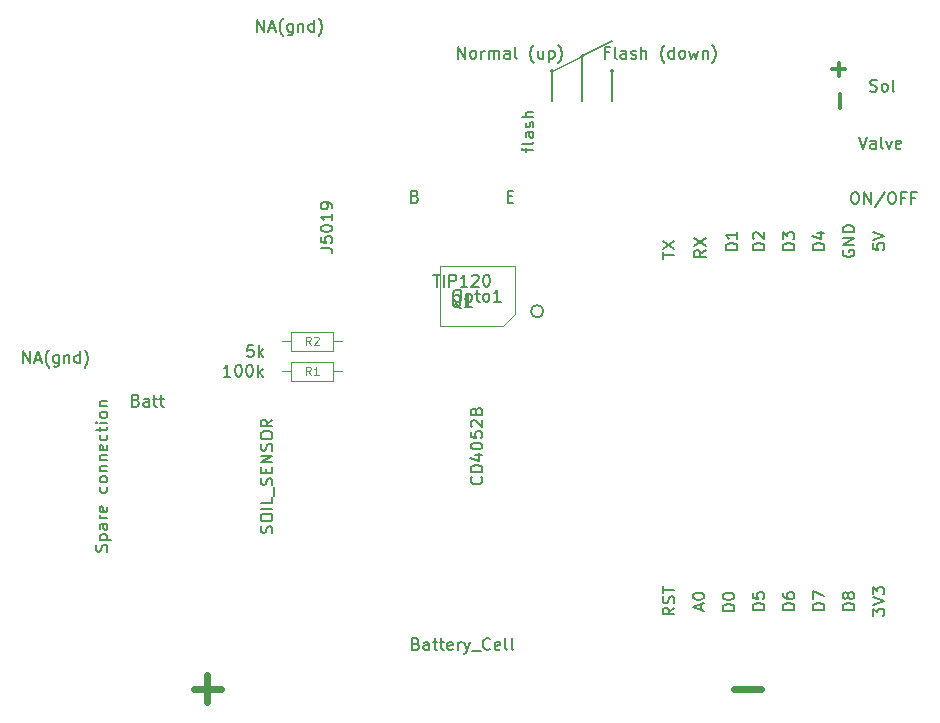
<source format=gbr>
G04 #@! TF.GenerationSoftware,KiCad,Pcbnew,(5.0.2)-1*
G04 #@! TF.CreationDate,2019-04-15T10:47:00+02:00*
G04 #@! TF.ProjectId,irrigation_5Vvalve_4N25_CD74HC4052E_PCB v5.1,69727269-6761-4746-996f-6e5f35567661,rev?*
G04 #@! TF.SameCoordinates,Original*
G04 #@! TF.FileFunction,Other,Fab,Top*
%FSLAX46Y46*%
G04 Gerber Fmt 4.6, Leading zero omitted, Abs format (unit mm)*
G04 Created by KiCad (PCBNEW (5.0.2)-1) date 15-04-2019 10:47:00*
%MOMM*%
%LPD*%
G01*
G04 APERTURE LIST*
%ADD10C,0.600000*%
%ADD11C,0.150000*%
%ADD12C,0.200000*%
%ADD13C,0.300000*%
%ADD14C,0.050000*%
%ADD15C,0.100000*%
%ADD16C,0.108000*%
G04 APERTURE END LIST*
D10*
X40767142Y-75144285D02*
X43052857Y-75144285D01*
X41910000Y-76287142D02*
X41910000Y-74001428D01*
X86487142Y-75144285D02*
X88772857Y-75144285D01*
D11*
X26344904Y-47569380D02*
X26344904Y-46569380D01*
X26916333Y-47569380D01*
X26916333Y-46569380D01*
X27344904Y-47283666D02*
X27821095Y-47283666D01*
X27249666Y-47569380D02*
X27583000Y-46569380D01*
X27916333Y-47569380D01*
X28535380Y-47950333D02*
X28487761Y-47902714D01*
X28392523Y-47759857D01*
X28344904Y-47664619D01*
X28297285Y-47521761D01*
X28249666Y-47283666D01*
X28249666Y-47093190D01*
X28297285Y-46855095D01*
X28344904Y-46712238D01*
X28392523Y-46617000D01*
X28487761Y-46474142D01*
X28535380Y-46426523D01*
X29344904Y-46902714D02*
X29344904Y-47712238D01*
X29297285Y-47807476D01*
X29249666Y-47855095D01*
X29154428Y-47902714D01*
X29011571Y-47902714D01*
X28916333Y-47855095D01*
X29344904Y-47521761D02*
X29249666Y-47569380D01*
X29059190Y-47569380D01*
X28963952Y-47521761D01*
X28916333Y-47474142D01*
X28868714Y-47378904D01*
X28868714Y-47093190D01*
X28916333Y-46997952D01*
X28963952Y-46950333D01*
X29059190Y-46902714D01*
X29249666Y-46902714D01*
X29344904Y-46950333D01*
X29821095Y-46902714D02*
X29821095Y-47569380D01*
X29821095Y-46997952D02*
X29868714Y-46950333D01*
X29963952Y-46902714D01*
X30106809Y-46902714D01*
X30202047Y-46950333D01*
X30249666Y-47045571D01*
X30249666Y-47569380D01*
X31154428Y-47569380D02*
X31154428Y-46569380D01*
X31154428Y-47521761D02*
X31059190Y-47569380D01*
X30868714Y-47569380D01*
X30773476Y-47521761D01*
X30725857Y-47474142D01*
X30678238Y-47378904D01*
X30678238Y-47093190D01*
X30725857Y-46997952D01*
X30773476Y-46950333D01*
X30868714Y-46902714D01*
X31059190Y-46902714D01*
X31154428Y-46950333D01*
X31535380Y-47950333D02*
X31583000Y-47902714D01*
X31678238Y-47759857D01*
X31725857Y-47664619D01*
X31773476Y-47521761D01*
X31821095Y-47283666D01*
X31821095Y-47093190D01*
X31773476Y-46855095D01*
X31725857Y-46712238D01*
X31678238Y-46617000D01*
X31583000Y-46474142D01*
X31535380Y-46426523D01*
X46156904Y-19502380D02*
X46156904Y-18502380D01*
X46728333Y-19502380D01*
X46728333Y-18502380D01*
X47156904Y-19216666D02*
X47633095Y-19216666D01*
X47061666Y-19502380D02*
X47395000Y-18502380D01*
X47728333Y-19502380D01*
X48347380Y-19883333D02*
X48299761Y-19835714D01*
X48204523Y-19692857D01*
X48156904Y-19597619D01*
X48109285Y-19454761D01*
X48061666Y-19216666D01*
X48061666Y-19026190D01*
X48109285Y-18788095D01*
X48156904Y-18645238D01*
X48204523Y-18550000D01*
X48299761Y-18407142D01*
X48347380Y-18359523D01*
X49156904Y-18835714D02*
X49156904Y-19645238D01*
X49109285Y-19740476D01*
X49061666Y-19788095D01*
X48966428Y-19835714D01*
X48823571Y-19835714D01*
X48728333Y-19788095D01*
X49156904Y-19454761D02*
X49061666Y-19502380D01*
X48871190Y-19502380D01*
X48775952Y-19454761D01*
X48728333Y-19407142D01*
X48680714Y-19311904D01*
X48680714Y-19026190D01*
X48728333Y-18930952D01*
X48775952Y-18883333D01*
X48871190Y-18835714D01*
X49061666Y-18835714D01*
X49156904Y-18883333D01*
X49633095Y-18835714D02*
X49633095Y-19502380D01*
X49633095Y-18930952D02*
X49680714Y-18883333D01*
X49775952Y-18835714D01*
X49918809Y-18835714D01*
X50014047Y-18883333D01*
X50061666Y-18978571D01*
X50061666Y-19502380D01*
X50966428Y-19502380D02*
X50966428Y-18502380D01*
X50966428Y-19454761D02*
X50871190Y-19502380D01*
X50680714Y-19502380D01*
X50585476Y-19454761D01*
X50537857Y-19407142D01*
X50490238Y-19311904D01*
X50490238Y-19026190D01*
X50537857Y-18930952D01*
X50585476Y-18883333D01*
X50680714Y-18835714D01*
X50871190Y-18835714D01*
X50966428Y-18883333D01*
X51347380Y-19883333D02*
X51395000Y-19835714D01*
X51490238Y-19692857D01*
X51537857Y-19597619D01*
X51585476Y-19454761D01*
X51633095Y-19216666D01*
X51633095Y-19026190D01*
X51585476Y-18788095D01*
X51537857Y-18645238D01*
X51490238Y-18550000D01*
X51395000Y-18407142D01*
X51347380Y-18359523D01*
D12*
X70373634Y-43180000D02*
G75*
G03X70373634Y-43180000I-523634J0D01*
G01*
D13*
X95484142Y-25971428D02*
X95484142Y-24828571D01*
X94805571Y-22713142D02*
X95948428Y-22713142D01*
X95377000Y-23284571D02*
X95377000Y-22141714D01*
D11*
G04 #@! TO.C,SW2*
X73660000Y-25400000D02*
X73660000Y-21590000D01*
X73660000Y-22352000D02*
X73660000Y-21844000D01*
X76200000Y-22860000D02*
X76200000Y-25400000D01*
X71120000Y-25400000D02*
X71120000Y-22860000D01*
X76329515Y-22860000D02*
G75*
G03X76329515Y-22860000I-129515J0D01*
G01*
X71233592Y-22834600D02*
G75*
G03X71233592Y-22834600I-113592J0D01*
G01*
X73764727Y-21590000D02*
G75*
G03X73764727Y-21590000I-104727J0D01*
G01*
X73660000Y-21590000D02*
X76200000Y-20320000D01*
D14*
X73660000Y-21590000D02*
X71120000Y-22860000D01*
D15*
G04 #@! TO.C,Opto1*
X66945000Y-44450000D02*
X61595000Y-44450000D01*
X61595000Y-44450000D02*
X61595000Y-39370000D01*
X61595000Y-39370000D02*
X67945000Y-39370000D01*
X67945000Y-39370000D02*
X67945000Y-43450000D01*
X67945000Y-43450000D02*
X66945000Y-44450000D01*
G04 #@! TO.C,R1*
X53340000Y-48260000D02*
X52600000Y-48260000D01*
X48260000Y-48260000D02*
X49000000Y-48260000D01*
X52600000Y-47460000D02*
X49000000Y-47460000D01*
X52600000Y-49060000D02*
X52600000Y-47460000D01*
X49000000Y-49060000D02*
X52600000Y-49060000D01*
X49000000Y-47460000D02*
X49000000Y-49060000D01*
G04 #@! TO.C,R2*
X49000000Y-44920000D02*
X49000000Y-46520000D01*
X49000000Y-46520000D02*
X52600000Y-46520000D01*
X52600000Y-46520000D02*
X52600000Y-44920000D01*
X52600000Y-44920000D02*
X49000000Y-44920000D01*
X48260000Y-45720000D02*
X49000000Y-45720000D01*
X53340000Y-45720000D02*
X52600000Y-45720000D01*
G04 #@! TD*
G04 #@! TO.C,bat_18650*
D11*
X59595238Y-71328571D02*
X59738095Y-71376190D01*
X59785714Y-71423809D01*
X59833333Y-71519047D01*
X59833333Y-71661904D01*
X59785714Y-71757142D01*
X59738095Y-71804761D01*
X59642857Y-71852380D01*
X59261904Y-71852380D01*
X59261904Y-70852380D01*
X59595238Y-70852380D01*
X59690476Y-70900000D01*
X59738095Y-70947619D01*
X59785714Y-71042857D01*
X59785714Y-71138095D01*
X59738095Y-71233333D01*
X59690476Y-71280952D01*
X59595238Y-71328571D01*
X59261904Y-71328571D01*
X60690476Y-71852380D02*
X60690476Y-71328571D01*
X60642857Y-71233333D01*
X60547619Y-71185714D01*
X60357142Y-71185714D01*
X60261904Y-71233333D01*
X60690476Y-71804761D02*
X60595238Y-71852380D01*
X60357142Y-71852380D01*
X60261904Y-71804761D01*
X60214285Y-71709523D01*
X60214285Y-71614285D01*
X60261904Y-71519047D01*
X60357142Y-71471428D01*
X60595238Y-71471428D01*
X60690476Y-71423809D01*
X61023809Y-71185714D02*
X61404761Y-71185714D01*
X61166666Y-70852380D02*
X61166666Y-71709523D01*
X61214285Y-71804761D01*
X61309523Y-71852380D01*
X61404761Y-71852380D01*
X61595238Y-71185714D02*
X61976190Y-71185714D01*
X61738095Y-70852380D02*
X61738095Y-71709523D01*
X61785714Y-71804761D01*
X61880952Y-71852380D01*
X61976190Y-71852380D01*
X62690476Y-71804761D02*
X62595238Y-71852380D01*
X62404761Y-71852380D01*
X62309523Y-71804761D01*
X62261904Y-71709523D01*
X62261904Y-71328571D01*
X62309523Y-71233333D01*
X62404761Y-71185714D01*
X62595238Y-71185714D01*
X62690476Y-71233333D01*
X62738095Y-71328571D01*
X62738095Y-71423809D01*
X62261904Y-71519047D01*
X63166666Y-71852380D02*
X63166666Y-71185714D01*
X63166666Y-71376190D02*
X63214285Y-71280952D01*
X63261904Y-71233333D01*
X63357142Y-71185714D01*
X63452380Y-71185714D01*
X63690476Y-71185714D02*
X63928571Y-71852380D01*
X64166666Y-71185714D02*
X63928571Y-71852380D01*
X63833333Y-72090476D01*
X63785714Y-72138095D01*
X63690476Y-72185714D01*
X64309523Y-71947619D02*
X65071428Y-71947619D01*
X65880952Y-71757142D02*
X65833333Y-71804761D01*
X65690476Y-71852380D01*
X65595238Y-71852380D01*
X65452380Y-71804761D01*
X65357142Y-71709523D01*
X65309523Y-71614285D01*
X65261904Y-71423809D01*
X65261904Y-71280952D01*
X65309523Y-71090476D01*
X65357142Y-70995238D01*
X65452380Y-70900000D01*
X65595238Y-70852380D01*
X65690476Y-70852380D01*
X65833333Y-70900000D01*
X65880952Y-70947619D01*
X66690476Y-71804761D02*
X66595238Y-71852380D01*
X66404761Y-71852380D01*
X66309523Y-71804761D01*
X66261904Y-71709523D01*
X66261904Y-71328571D01*
X66309523Y-71233333D01*
X66404761Y-71185714D01*
X66595238Y-71185714D01*
X66690476Y-71233333D01*
X66738095Y-71328571D01*
X66738095Y-71423809D01*
X66261904Y-71519047D01*
X67309523Y-71852380D02*
X67214285Y-71804761D01*
X67166666Y-71709523D01*
X67166666Y-70852380D01*
X67833333Y-71852380D02*
X67738095Y-71804761D01*
X67690476Y-71709523D01*
X67690476Y-70852380D01*
G04 #@! TO.C,SW2*
X68873714Y-29701904D02*
X68873714Y-29320952D01*
X69540380Y-29559047D02*
X68683238Y-29559047D01*
X68588000Y-29511428D01*
X68540380Y-29416190D01*
X68540380Y-29320952D01*
X69540380Y-28844761D02*
X69492761Y-28940000D01*
X69397523Y-28987619D01*
X68540380Y-28987619D01*
X69540380Y-28035238D02*
X69016571Y-28035238D01*
X68921333Y-28082857D01*
X68873714Y-28178095D01*
X68873714Y-28368571D01*
X68921333Y-28463809D01*
X69492761Y-28035238D02*
X69540380Y-28130476D01*
X69540380Y-28368571D01*
X69492761Y-28463809D01*
X69397523Y-28511428D01*
X69302285Y-28511428D01*
X69207047Y-28463809D01*
X69159428Y-28368571D01*
X69159428Y-28130476D01*
X69111809Y-28035238D01*
X69492761Y-27606666D02*
X69540380Y-27511428D01*
X69540380Y-27320952D01*
X69492761Y-27225714D01*
X69397523Y-27178095D01*
X69349904Y-27178095D01*
X69254666Y-27225714D01*
X69207047Y-27320952D01*
X69207047Y-27463809D01*
X69159428Y-27559047D01*
X69064190Y-27606666D01*
X69016571Y-27606666D01*
X68921333Y-27559047D01*
X68873714Y-27463809D01*
X68873714Y-27320952D01*
X68921333Y-27225714D01*
X69540380Y-26749523D02*
X68540380Y-26749523D01*
X69540380Y-26320952D02*
X69016571Y-26320952D01*
X68921333Y-26368571D01*
X68873714Y-26463809D01*
X68873714Y-26606666D01*
X68921333Y-26701904D01*
X68968952Y-26749523D01*
X75906857Y-21264571D02*
X75573523Y-21264571D01*
X75573523Y-21788380D02*
X75573523Y-20788380D01*
X76049714Y-20788380D01*
X76573523Y-21788380D02*
X76478285Y-21740761D01*
X76430666Y-21645523D01*
X76430666Y-20788380D01*
X77383047Y-21788380D02*
X77383047Y-21264571D01*
X77335428Y-21169333D01*
X77240190Y-21121714D01*
X77049714Y-21121714D01*
X76954476Y-21169333D01*
X77383047Y-21740761D02*
X77287809Y-21788380D01*
X77049714Y-21788380D01*
X76954476Y-21740761D01*
X76906857Y-21645523D01*
X76906857Y-21550285D01*
X76954476Y-21455047D01*
X77049714Y-21407428D01*
X77287809Y-21407428D01*
X77383047Y-21359809D01*
X77811619Y-21740761D02*
X77906857Y-21788380D01*
X78097333Y-21788380D01*
X78192571Y-21740761D01*
X78240190Y-21645523D01*
X78240190Y-21597904D01*
X78192571Y-21502666D01*
X78097333Y-21455047D01*
X77954476Y-21455047D01*
X77859238Y-21407428D01*
X77811619Y-21312190D01*
X77811619Y-21264571D01*
X77859238Y-21169333D01*
X77954476Y-21121714D01*
X78097333Y-21121714D01*
X78192571Y-21169333D01*
X78668761Y-21788380D02*
X78668761Y-20788380D01*
X79097333Y-21788380D02*
X79097333Y-21264571D01*
X79049714Y-21169333D01*
X78954476Y-21121714D01*
X78811619Y-21121714D01*
X78716380Y-21169333D01*
X78668761Y-21216952D01*
X80621142Y-22169333D02*
X80573523Y-22121714D01*
X80478285Y-21978857D01*
X80430666Y-21883619D01*
X80383047Y-21740761D01*
X80335428Y-21502666D01*
X80335428Y-21312190D01*
X80383047Y-21074095D01*
X80430666Y-20931238D01*
X80478285Y-20836000D01*
X80573523Y-20693142D01*
X80621142Y-20645523D01*
X81430666Y-21788380D02*
X81430666Y-20788380D01*
X81430666Y-21740761D02*
X81335428Y-21788380D01*
X81144952Y-21788380D01*
X81049714Y-21740761D01*
X81002095Y-21693142D01*
X80954476Y-21597904D01*
X80954476Y-21312190D01*
X81002095Y-21216952D01*
X81049714Y-21169333D01*
X81144952Y-21121714D01*
X81335428Y-21121714D01*
X81430666Y-21169333D01*
X82049714Y-21788380D02*
X81954476Y-21740761D01*
X81906857Y-21693142D01*
X81859238Y-21597904D01*
X81859238Y-21312190D01*
X81906857Y-21216952D01*
X81954476Y-21169333D01*
X82049714Y-21121714D01*
X82192571Y-21121714D01*
X82287809Y-21169333D01*
X82335428Y-21216952D01*
X82383047Y-21312190D01*
X82383047Y-21597904D01*
X82335428Y-21693142D01*
X82287809Y-21740761D01*
X82192571Y-21788380D01*
X82049714Y-21788380D01*
X82716380Y-21121714D02*
X82906857Y-21788380D01*
X83097333Y-21312190D01*
X83287809Y-21788380D01*
X83478285Y-21121714D01*
X83859238Y-21121714D02*
X83859238Y-21788380D01*
X83859238Y-21216952D02*
X83906857Y-21169333D01*
X84002095Y-21121714D01*
X84144952Y-21121714D01*
X84240190Y-21169333D01*
X84287809Y-21264571D01*
X84287809Y-21788380D01*
X84668761Y-22169333D02*
X84716380Y-22121714D01*
X84811619Y-21978857D01*
X84859238Y-21883619D01*
X84906857Y-21740761D01*
X84954476Y-21502666D01*
X84954476Y-21312190D01*
X84906857Y-21074095D01*
X84859238Y-20931238D01*
X84811619Y-20836000D01*
X84716380Y-20693142D01*
X84668761Y-20645523D01*
X63183047Y-21788380D02*
X63183047Y-20788380D01*
X63754476Y-21788380D01*
X63754476Y-20788380D01*
X64373523Y-21788380D02*
X64278285Y-21740761D01*
X64230666Y-21693142D01*
X64183047Y-21597904D01*
X64183047Y-21312190D01*
X64230666Y-21216952D01*
X64278285Y-21169333D01*
X64373523Y-21121714D01*
X64516380Y-21121714D01*
X64611619Y-21169333D01*
X64659238Y-21216952D01*
X64706857Y-21312190D01*
X64706857Y-21597904D01*
X64659238Y-21693142D01*
X64611619Y-21740761D01*
X64516380Y-21788380D01*
X64373523Y-21788380D01*
X65135428Y-21788380D02*
X65135428Y-21121714D01*
X65135428Y-21312190D02*
X65183047Y-21216952D01*
X65230666Y-21169333D01*
X65325904Y-21121714D01*
X65421142Y-21121714D01*
X65754476Y-21788380D02*
X65754476Y-21121714D01*
X65754476Y-21216952D02*
X65802095Y-21169333D01*
X65897333Y-21121714D01*
X66040190Y-21121714D01*
X66135428Y-21169333D01*
X66183047Y-21264571D01*
X66183047Y-21788380D01*
X66183047Y-21264571D02*
X66230666Y-21169333D01*
X66325904Y-21121714D01*
X66468761Y-21121714D01*
X66564000Y-21169333D01*
X66611619Y-21264571D01*
X66611619Y-21788380D01*
X67516380Y-21788380D02*
X67516380Y-21264571D01*
X67468761Y-21169333D01*
X67373523Y-21121714D01*
X67183047Y-21121714D01*
X67087809Y-21169333D01*
X67516380Y-21740761D02*
X67421142Y-21788380D01*
X67183047Y-21788380D01*
X67087809Y-21740761D01*
X67040190Y-21645523D01*
X67040190Y-21550285D01*
X67087809Y-21455047D01*
X67183047Y-21407428D01*
X67421142Y-21407428D01*
X67516380Y-21359809D01*
X68135428Y-21788380D02*
X68040190Y-21740761D01*
X67992571Y-21645523D01*
X67992571Y-20788380D01*
X69564000Y-22169333D02*
X69516380Y-22121714D01*
X69421142Y-21978857D01*
X69373523Y-21883619D01*
X69325904Y-21740761D01*
X69278285Y-21502666D01*
X69278285Y-21312190D01*
X69325904Y-21074095D01*
X69373523Y-20931238D01*
X69421142Y-20836000D01*
X69516380Y-20693142D01*
X69564000Y-20645523D01*
X70373523Y-21121714D02*
X70373523Y-21788380D01*
X69944952Y-21121714D02*
X69944952Y-21645523D01*
X69992571Y-21740761D01*
X70087809Y-21788380D01*
X70230666Y-21788380D01*
X70325904Y-21740761D01*
X70373523Y-21693142D01*
X70849714Y-21121714D02*
X70849714Y-22121714D01*
X70849714Y-21169333D02*
X70944952Y-21121714D01*
X71135428Y-21121714D01*
X71230666Y-21169333D01*
X71278285Y-21216952D01*
X71325904Y-21312190D01*
X71325904Y-21597904D01*
X71278285Y-21693142D01*
X71230666Y-21740761D01*
X71135428Y-21788380D01*
X70944952Y-21788380D01*
X70849714Y-21740761D01*
X71659238Y-22169333D02*
X71706857Y-22121714D01*
X71802095Y-21978857D01*
X71849714Y-21883619D01*
X71897333Y-21740761D01*
X71944952Y-21502666D01*
X71944952Y-21312190D01*
X71897333Y-21074095D01*
X71849714Y-20931238D01*
X71802095Y-20836000D01*
X71706857Y-20693142D01*
X71659238Y-20645523D01*
G04 #@! TO.C,U5*
X65127142Y-57205238D02*
X65174761Y-57252857D01*
X65222380Y-57395714D01*
X65222380Y-57490952D01*
X65174761Y-57633809D01*
X65079523Y-57729047D01*
X64984285Y-57776666D01*
X64793809Y-57824285D01*
X64650952Y-57824285D01*
X64460476Y-57776666D01*
X64365238Y-57729047D01*
X64270000Y-57633809D01*
X64222380Y-57490952D01*
X64222380Y-57395714D01*
X64270000Y-57252857D01*
X64317619Y-57205238D01*
X65222380Y-56776666D02*
X64222380Y-56776666D01*
X64222380Y-56538571D01*
X64270000Y-56395714D01*
X64365238Y-56300476D01*
X64460476Y-56252857D01*
X64650952Y-56205238D01*
X64793809Y-56205238D01*
X64984285Y-56252857D01*
X65079523Y-56300476D01*
X65174761Y-56395714D01*
X65222380Y-56538571D01*
X65222380Y-56776666D01*
X64555714Y-55348095D02*
X65222380Y-55348095D01*
X64174761Y-55586190D02*
X64889047Y-55824285D01*
X64889047Y-55205238D01*
X64222380Y-54633809D02*
X64222380Y-54538571D01*
X64270000Y-54443333D01*
X64317619Y-54395714D01*
X64412857Y-54348095D01*
X64603333Y-54300476D01*
X64841428Y-54300476D01*
X65031904Y-54348095D01*
X65127142Y-54395714D01*
X65174761Y-54443333D01*
X65222380Y-54538571D01*
X65222380Y-54633809D01*
X65174761Y-54729047D01*
X65127142Y-54776666D01*
X65031904Y-54824285D01*
X64841428Y-54871904D01*
X64603333Y-54871904D01*
X64412857Y-54824285D01*
X64317619Y-54776666D01*
X64270000Y-54729047D01*
X64222380Y-54633809D01*
X64222380Y-53395714D02*
X64222380Y-53871904D01*
X64698571Y-53919523D01*
X64650952Y-53871904D01*
X64603333Y-53776666D01*
X64603333Y-53538571D01*
X64650952Y-53443333D01*
X64698571Y-53395714D01*
X64793809Y-53348095D01*
X65031904Y-53348095D01*
X65127142Y-53395714D01*
X65174761Y-53443333D01*
X65222380Y-53538571D01*
X65222380Y-53776666D01*
X65174761Y-53871904D01*
X65127142Y-53919523D01*
X64317619Y-52967142D02*
X64270000Y-52919523D01*
X64222380Y-52824285D01*
X64222380Y-52586190D01*
X64270000Y-52490952D01*
X64317619Y-52443333D01*
X64412857Y-52395714D01*
X64508095Y-52395714D01*
X64650952Y-52443333D01*
X65222380Y-53014761D01*
X65222380Y-52395714D01*
X64698571Y-51633809D02*
X64746190Y-51490952D01*
X64793809Y-51443333D01*
X64889047Y-51395714D01*
X65031904Y-51395714D01*
X65127142Y-51443333D01*
X65174761Y-51490952D01*
X65222380Y-51586190D01*
X65222380Y-51967142D01*
X64222380Y-51967142D01*
X64222380Y-51633809D01*
X64270000Y-51538571D01*
X64317619Y-51490952D01*
X64412857Y-51443333D01*
X64508095Y-51443333D01*
X64603333Y-51490952D01*
X64650952Y-51538571D01*
X64698571Y-51633809D01*
X64698571Y-51967142D01*
G04 #@! TO.C,J1*
X98060000Y-24534761D02*
X98202857Y-24582380D01*
X98440952Y-24582380D01*
X98536190Y-24534761D01*
X98583809Y-24487142D01*
X98631428Y-24391904D01*
X98631428Y-24296666D01*
X98583809Y-24201428D01*
X98536190Y-24153809D01*
X98440952Y-24106190D01*
X98250476Y-24058571D01*
X98155238Y-24010952D01*
X98107619Y-23963333D01*
X98060000Y-23868095D01*
X98060000Y-23772857D01*
X98107619Y-23677619D01*
X98155238Y-23630000D01*
X98250476Y-23582380D01*
X98488571Y-23582380D01*
X98631428Y-23630000D01*
X99202857Y-24582380D02*
X99107619Y-24534761D01*
X99060000Y-24487142D01*
X99012380Y-24391904D01*
X99012380Y-24106190D01*
X99060000Y-24010952D01*
X99107619Y-23963333D01*
X99202857Y-23915714D01*
X99345714Y-23915714D01*
X99440952Y-23963333D01*
X99488571Y-24010952D01*
X99536190Y-24106190D01*
X99536190Y-24391904D01*
X99488571Y-24487142D01*
X99440952Y-24534761D01*
X99345714Y-24582380D01*
X99202857Y-24582380D01*
X100107619Y-24582380D02*
X100012380Y-24534761D01*
X99964761Y-24439523D01*
X99964761Y-23582380D01*
G04 #@! TO.C,U2*
X81478380Y-68284561D02*
X81002190Y-68617894D01*
X81478380Y-68855989D02*
X80478380Y-68855989D01*
X80478380Y-68475037D01*
X80526000Y-68379799D01*
X80573619Y-68332180D01*
X80668857Y-68284561D01*
X80811714Y-68284561D01*
X80906952Y-68332180D01*
X80954571Y-68379799D01*
X81002190Y-68475037D01*
X81002190Y-68855989D01*
X81430761Y-67903608D02*
X81478380Y-67760751D01*
X81478380Y-67522656D01*
X81430761Y-67427418D01*
X81383142Y-67379799D01*
X81287904Y-67332180D01*
X81192666Y-67332180D01*
X81097428Y-67379799D01*
X81049809Y-67427418D01*
X81002190Y-67522656D01*
X80954571Y-67713132D01*
X80906952Y-67808370D01*
X80859333Y-67855989D01*
X80764095Y-67903608D01*
X80668857Y-67903608D01*
X80573619Y-67855989D01*
X80526000Y-67808370D01*
X80478380Y-67713132D01*
X80478380Y-67475037D01*
X80526000Y-67332180D01*
X80478380Y-67046465D02*
X80478380Y-66475037D01*
X81478380Y-66760751D02*
X80478380Y-66760751D01*
X98258380Y-68975037D02*
X98258380Y-68355989D01*
X98639333Y-68689322D01*
X98639333Y-68546465D01*
X98686952Y-68451227D01*
X98734571Y-68403608D01*
X98829809Y-68355989D01*
X99067904Y-68355989D01*
X99163142Y-68403608D01*
X99210761Y-68451227D01*
X99258380Y-68546465D01*
X99258380Y-68832180D01*
X99210761Y-68927418D01*
X99163142Y-68975037D01*
X98258380Y-68070275D02*
X99258380Y-67736942D01*
X98258380Y-67403608D01*
X98258380Y-67165513D02*
X98258380Y-66546465D01*
X98639333Y-66879799D01*
X98639333Y-66736942D01*
X98686952Y-66641703D01*
X98734571Y-66594084D01*
X98829809Y-66546465D01*
X99067904Y-66546465D01*
X99163142Y-66594084D01*
X99210761Y-66641703D01*
X99258380Y-66736942D01*
X99258380Y-67022656D01*
X99210761Y-67117894D01*
X99163142Y-67165513D01*
X98258380Y-37447418D02*
X98258380Y-37923608D01*
X98734571Y-37971227D01*
X98686952Y-37923608D01*
X98639333Y-37828370D01*
X98639333Y-37590275D01*
X98686952Y-37495037D01*
X98734571Y-37447418D01*
X98829809Y-37399799D01*
X99067904Y-37399799D01*
X99163142Y-37447418D01*
X99210761Y-37495037D01*
X99258380Y-37590275D01*
X99258380Y-37828370D01*
X99210761Y-37923608D01*
X99163142Y-37971227D01*
X98258380Y-37114084D02*
X99258380Y-36780751D01*
X98258380Y-36447418D01*
X95766000Y-38018846D02*
X95718380Y-38114084D01*
X95718380Y-38256942D01*
X95766000Y-38399799D01*
X95861238Y-38495037D01*
X95956476Y-38542656D01*
X96146952Y-38590275D01*
X96289809Y-38590275D01*
X96480285Y-38542656D01*
X96575523Y-38495037D01*
X96670761Y-38399799D01*
X96718380Y-38256942D01*
X96718380Y-38161703D01*
X96670761Y-38018846D01*
X96623142Y-37971227D01*
X96289809Y-37971227D01*
X96289809Y-38161703D01*
X96718380Y-37542656D02*
X95718380Y-37542656D01*
X96718380Y-36971227D01*
X95718380Y-36971227D01*
X96718380Y-36495037D02*
X95718380Y-36495037D01*
X95718380Y-36256942D01*
X95766000Y-36114084D01*
X95861238Y-36018846D01*
X95956476Y-35971227D01*
X96146952Y-35923608D01*
X96289809Y-35923608D01*
X96480285Y-35971227D01*
X96575523Y-36018846D01*
X96670761Y-36114084D01*
X96718380Y-36256942D01*
X96718380Y-36495037D01*
X83732666Y-68451227D02*
X83732666Y-67975037D01*
X84018380Y-68546465D02*
X83018380Y-68213132D01*
X84018380Y-67879799D01*
X83018380Y-67355989D02*
X83018380Y-67260751D01*
X83066000Y-67165513D01*
X83113619Y-67117894D01*
X83208857Y-67070275D01*
X83399333Y-67022656D01*
X83637428Y-67022656D01*
X83827904Y-67070275D01*
X83923142Y-67117894D01*
X83970761Y-67165513D01*
X84018380Y-67260751D01*
X84018380Y-67355989D01*
X83970761Y-67451227D01*
X83923142Y-67498846D01*
X83827904Y-67546465D01*
X83637428Y-67594084D01*
X83399333Y-67594084D01*
X83208857Y-67546465D01*
X83113619Y-67498846D01*
X83066000Y-67451227D01*
X83018380Y-67355989D01*
X86558380Y-68556095D02*
X85558380Y-68556095D01*
X85558380Y-68318000D01*
X85606000Y-68175142D01*
X85701238Y-68079904D01*
X85796476Y-68032285D01*
X85986952Y-67984666D01*
X86129809Y-67984666D01*
X86320285Y-68032285D01*
X86415523Y-68079904D01*
X86510761Y-68175142D01*
X86558380Y-68318000D01*
X86558380Y-68556095D01*
X85558380Y-67365619D02*
X85558380Y-67270380D01*
X85606000Y-67175142D01*
X85653619Y-67127523D01*
X85748857Y-67079904D01*
X85939333Y-67032285D01*
X86177428Y-67032285D01*
X86367904Y-67079904D01*
X86463142Y-67127523D01*
X86510761Y-67175142D01*
X86558380Y-67270380D01*
X86558380Y-67365619D01*
X86510761Y-67460857D01*
X86463142Y-67508476D01*
X86367904Y-67556095D01*
X86177428Y-67603714D01*
X85939333Y-67603714D01*
X85748857Y-67556095D01*
X85653619Y-67508476D01*
X85606000Y-67460857D01*
X85558380Y-67365619D01*
X89098380Y-68475037D02*
X88098380Y-68475037D01*
X88098380Y-68236942D01*
X88146000Y-68094084D01*
X88241238Y-67998846D01*
X88336476Y-67951227D01*
X88526952Y-67903608D01*
X88669809Y-67903608D01*
X88860285Y-67951227D01*
X88955523Y-67998846D01*
X89050761Y-68094084D01*
X89098380Y-68236942D01*
X89098380Y-68475037D01*
X88098380Y-66998846D02*
X88098380Y-67475037D01*
X88574571Y-67522656D01*
X88526952Y-67475037D01*
X88479333Y-67379799D01*
X88479333Y-67141703D01*
X88526952Y-67046465D01*
X88574571Y-66998846D01*
X88669809Y-66951227D01*
X88907904Y-66951227D01*
X89003142Y-66998846D01*
X89050761Y-67046465D01*
X89098380Y-67141703D01*
X89098380Y-67379799D01*
X89050761Y-67475037D01*
X89003142Y-67522656D01*
X91638380Y-68475037D02*
X90638380Y-68475037D01*
X90638380Y-68236942D01*
X90686000Y-68094084D01*
X90781238Y-67998846D01*
X90876476Y-67951227D01*
X91066952Y-67903608D01*
X91209809Y-67903608D01*
X91400285Y-67951227D01*
X91495523Y-67998846D01*
X91590761Y-68094084D01*
X91638380Y-68236942D01*
X91638380Y-68475037D01*
X90638380Y-67046465D02*
X90638380Y-67236942D01*
X90686000Y-67332180D01*
X90733619Y-67379799D01*
X90876476Y-67475037D01*
X91066952Y-67522656D01*
X91447904Y-67522656D01*
X91543142Y-67475037D01*
X91590761Y-67427418D01*
X91638380Y-67332180D01*
X91638380Y-67141703D01*
X91590761Y-67046465D01*
X91543142Y-66998846D01*
X91447904Y-66951227D01*
X91209809Y-66951227D01*
X91114571Y-66998846D01*
X91066952Y-67046465D01*
X91019333Y-67141703D01*
X91019333Y-67332180D01*
X91066952Y-67427418D01*
X91114571Y-67475037D01*
X91209809Y-67522656D01*
X94178380Y-68475037D02*
X93178380Y-68475037D01*
X93178380Y-68236942D01*
X93226000Y-68094084D01*
X93321238Y-67998846D01*
X93416476Y-67951227D01*
X93606952Y-67903608D01*
X93749809Y-67903608D01*
X93940285Y-67951227D01*
X94035523Y-67998846D01*
X94130761Y-68094084D01*
X94178380Y-68236942D01*
X94178380Y-68475037D01*
X93178380Y-67570275D02*
X93178380Y-66903608D01*
X94178380Y-67332180D01*
X96718380Y-68475037D02*
X95718380Y-68475037D01*
X95718380Y-68236942D01*
X95766000Y-68094084D01*
X95861238Y-67998846D01*
X95956476Y-67951227D01*
X96146952Y-67903608D01*
X96289809Y-67903608D01*
X96480285Y-67951227D01*
X96575523Y-67998846D01*
X96670761Y-68094084D01*
X96718380Y-68236942D01*
X96718380Y-68475037D01*
X96146952Y-67332180D02*
X96099333Y-67427418D01*
X96051714Y-67475037D01*
X95956476Y-67522656D01*
X95908857Y-67522656D01*
X95813619Y-67475037D01*
X95766000Y-67427418D01*
X95718380Y-67332180D01*
X95718380Y-67141703D01*
X95766000Y-67046465D01*
X95813619Y-66998846D01*
X95908857Y-66951227D01*
X95956476Y-66951227D01*
X96051714Y-66998846D01*
X96099333Y-67046465D01*
X96146952Y-67141703D01*
X96146952Y-67332180D01*
X96194571Y-67427418D01*
X96242190Y-67475037D01*
X96337428Y-67522656D01*
X96527904Y-67522656D01*
X96623142Y-67475037D01*
X96670761Y-67427418D01*
X96718380Y-67332180D01*
X96718380Y-67141703D01*
X96670761Y-67046465D01*
X96623142Y-66998846D01*
X96527904Y-66951227D01*
X96337428Y-66951227D01*
X96242190Y-66998846D01*
X96194571Y-67046465D01*
X96146952Y-67141703D01*
X80478380Y-38734904D02*
X80478380Y-38163476D01*
X81478380Y-38449190D02*
X80478380Y-38449190D01*
X80478380Y-37925380D02*
X81478380Y-37258714D01*
X80478380Y-37258714D02*
X81478380Y-37925380D01*
X84145380Y-38012666D02*
X83669190Y-38346000D01*
X84145380Y-38584095D02*
X83145380Y-38584095D01*
X83145380Y-38203142D01*
X83193000Y-38107904D01*
X83240619Y-38060285D01*
X83335857Y-38012666D01*
X83478714Y-38012666D01*
X83573952Y-38060285D01*
X83621571Y-38107904D01*
X83669190Y-38203142D01*
X83669190Y-38584095D01*
X83145380Y-37679333D02*
X84145380Y-37012666D01*
X83145380Y-37012666D02*
X84145380Y-37679333D01*
X86812380Y-37995037D02*
X85812380Y-37995037D01*
X85812380Y-37756942D01*
X85860000Y-37614084D01*
X85955238Y-37518846D01*
X86050476Y-37471227D01*
X86240952Y-37423608D01*
X86383809Y-37423608D01*
X86574285Y-37471227D01*
X86669523Y-37518846D01*
X86764761Y-37614084D01*
X86812380Y-37756942D01*
X86812380Y-37995037D01*
X86812380Y-36471227D02*
X86812380Y-37042656D01*
X86812380Y-36756942D02*
X85812380Y-36756942D01*
X85955238Y-36852180D01*
X86050476Y-36947418D01*
X86098095Y-37042656D01*
X89098380Y-37995037D02*
X88098380Y-37995037D01*
X88098380Y-37756942D01*
X88146000Y-37614084D01*
X88241238Y-37518846D01*
X88336476Y-37471227D01*
X88526952Y-37423608D01*
X88669809Y-37423608D01*
X88860285Y-37471227D01*
X88955523Y-37518846D01*
X89050761Y-37614084D01*
X89098380Y-37756942D01*
X89098380Y-37995037D01*
X88193619Y-37042656D02*
X88146000Y-36995037D01*
X88098380Y-36899799D01*
X88098380Y-36661703D01*
X88146000Y-36566465D01*
X88193619Y-36518846D01*
X88288857Y-36471227D01*
X88384095Y-36471227D01*
X88526952Y-36518846D01*
X89098380Y-37090275D01*
X89098380Y-36471227D01*
X91638380Y-37995037D02*
X90638380Y-37995037D01*
X90638380Y-37756942D01*
X90686000Y-37614084D01*
X90781238Y-37518846D01*
X90876476Y-37471227D01*
X91066952Y-37423608D01*
X91209809Y-37423608D01*
X91400285Y-37471227D01*
X91495523Y-37518846D01*
X91590761Y-37614084D01*
X91638380Y-37756942D01*
X91638380Y-37995037D01*
X90638380Y-37090275D02*
X90638380Y-36471227D01*
X91019333Y-36804561D01*
X91019333Y-36661703D01*
X91066952Y-36566465D01*
X91114571Y-36518846D01*
X91209809Y-36471227D01*
X91447904Y-36471227D01*
X91543142Y-36518846D01*
X91590761Y-36566465D01*
X91638380Y-36661703D01*
X91638380Y-36947418D01*
X91590761Y-37042656D01*
X91543142Y-37090275D01*
X94178380Y-37995037D02*
X93178380Y-37995037D01*
X93178380Y-37756942D01*
X93226000Y-37614084D01*
X93321238Y-37518846D01*
X93416476Y-37471227D01*
X93606952Y-37423608D01*
X93749809Y-37423608D01*
X93940285Y-37471227D01*
X94035523Y-37518846D01*
X94130761Y-37614084D01*
X94178380Y-37756942D01*
X94178380Y-37995037D01*
X93511714Y-36566465D02*
X94178380Y-36566465D01*
X93130761Y-36804561D02*
X93845047Y-37042656D01*
X93845047Y-36423608D01*
G04 #@! TO.C,J3*
X97075857Y-28408380D02*
X97409190Y-29408380D01*
X97742523Y-28408380D01*
X98504428Y-29408380D02*
X98504428Y-28884571D01*
X98456809Y-28789333D01*
X98361571Y-28741714D01*
X98171095Y-28741714D01*
X98075857Y-28789333D01*
X98504428Y-29360761D02*
X98409190Y-29408380D01*
X98171095Y-29408380D01*
X98075857Y-29360761D01*
X98028238Y-29265523D01*
X98028238Y-29170285D01*
X98075857Y-29075047D01*
X98171095Y-29027428D01*
X98409190Y-29027428D01*
X98504428Y-28979809D01*
X99123476Y-29408380D02*
X99028238Y-29360761D01*
X98980619Y-29265523D01*
X98980619Y-28408380D01*
X99409190Y-28741714D02*
X99647285Y-29408380D01*
X99885380Y-28741714D01*
X100647285Y-29360761D02*
X100552047Y-29408380D01*
X100361571Y-29408380D01*
X100266333Y-29360761D01*
X100218714Y-29265523D01*
X100218714Y-28884571D01*
X100266333Y-28789333D01*
X100361571Y-28741714D01*
X100552047Y-28741714D01*
X100647285Y-28789333D01*
X100694904Y-28884571D01*
X100694904Y-28979809D01*
X100218714Y-29075047D01*
G04 #@! TO.C,Opto1*
X63008095Y-41362380D02*
X63198571Y-41362380D01*
X63293809Y-41410000D01*
X63389047Y-41505238D01*
X63436666Y-41695714D01*
X63436666Y-42029047D01*
X63389047Y-42219523D01*
X63293809Y-42314761D01*
X63198571Y-42362380D01*
X63008095Y-42362380D01*
X62912857Y-42314761D01*
X62817619Y-42219523D01*
X62770000Y-42029047D01*
X62770000Y-41695714D01*
X62817619Y-41505238D01*
X62912857Y-41410000D01*
X63008095Y-41362380D01*
X63865238Y-41695714D02*
X63865238Y-42695714D01*
X63865238Y-41743333D02*
X63960476Y-41695714D01*
X64150952Y-41695714D01*
X64246190Y-41743333D01*
X64293809Y-41790952D01*
X64341428Y-41886190D01*
X64341428Y-42171904D01*
X64293809Y-42267142D01*
X64246190Y-42314761D01*
X64150952Y-42362380D01*
X63960476Y-42362380D01*
X63865238Y-42314761D01*
X64627142Y-41695714D02*
X65008095Y-41695714D01*
X64769999Y-41362380D02*
X64769999Y-42219523D01*
X64817619Y-42314761D01*
X64912857Y-42362380D01*
X65008095Y-42362380D01*
X65484285Y-42362380D02*
X65389047Y-42314761D01*
X65341428Y-42267142D01*
X65293809Y-42171904D01*
X65293809Y-41886190D01*
X65341428Y-41790952D01*
X65389047Y-41743333D01*
X65484285Y-41695714D01*
X65627142Y-41695714D01*
X65722380Y-41743333D01*
X65769999Y-41790952D01*
X65817619Y-41886190D01*
X65817619Y-42171904D01*
X65769999Y-42267142D01*
X65722380Y-42314761D01*
X65627142Y-42362380D01*
X65484285Y-42362380D01*
X66770000Y-42362380D02*
X66198571Y-42362380D01*
X66484285Y-42362380D02*
X66484285Y-41362380D01*
X66389047Y-41505238D01*
X66293809Y-41600476D01*
X66198571Y-41648095D01*
G04 #@! TO.C,R1*
X43886571Y-48712380D02*
X43315142Y-48712380D01*
X43600857Y-48712380D02*
X43600857Y-47712380D01*
X43505619Y-47855238D01*
X43410380Y-47950476D01*
X43315142Y-47998095D01*
X44505619Y-47712380D02*
X44600857Y-47712380D01*
X44696095Y-47760000D01*
X44743714Y-47807619D01*
X44791333Y-47902857D01*
X44838952Y-48093333D01*
X44838952Y-48331428D01*
X44791333Y-48521904D01*
X44743714Y-48617142D01*
X44696095Y-48664761D01*
X44600857Y-48712380D01*
X44505619Y-48712380D01*
X44410380Y-48664761D01*
X44362761Y-48617142D01*
X44315142Y-48521904D01*
X44267523Y-48331428D01*
X44267523Y-48093333D01*
X44315142Y-47902857D01*
X44362761Y-47807619D01*
X44410380Y-47760000D01*
X44505619Y-47712380D01*
X45458000Y-47712380D02*
X45553238Y-47712380D01*
X45648476Y-47760000D01*
X45696095Y-47807619D01*
X45743714Y-47902857D01*
X45791333Y-48093333D01*
X45791333Y-48331428D01*
X45743714Y-48521904D01*
X45696095Y-48617142D01*
X45648476Y-48664761D01*
X45553238Y-48712380D01*
X45458000Y-48712380D01*
X45362761Y-48664761D01*
X45315142Y-48617142D01*
X45267523Y-48521904D01*
X45219904Y-48331428D01*
X45219904Y-48093333D01*
X45267523Y-47902857D01*
X45315142Y-47807619D01*
X45362761Y-47760000D01*
X45458000Y-47712380D01*
X46219904Y-48712380D02*
X46219904Y-47712380D01*
X46315142Y-48331428D02*
X46600857Y-48712380D01*
X46600857Y-48045714D02*
X46219904Y-48426666D01*
D16*
X50680000Y-48585714D02*
X50440000Y-48242857D01*
X50268571Y-48585714D02*
X50268571Y-47865714D01*
X50542857Y-47865714D01*
X50611428Y-47900000D01*
X50645714Y-47934285D01*
X50680000Y-48002857D01*
X50680000Y-48105714D01*
X50645714Y-48174285D01*
X50611428Y-48208571D01*
X50542857Y-48242857D01*
X50268571Y-48242857D01*
X51365714Y-48585714D02*
X50954285Y-48585714D01*
X51160000Y-48585714D02*
X51160000Y-47865714D01*
X51091428Y-47968571D01*
X51022857Y-48037142D01*
X50954285Y-48071428D01*
G04 #@! TO.C,R2*
D11*
X45807333Y-46061380D02*
X45331142Y-46061380D01*
X45283523Y-46537571D01*
X45331142Y-46489952D01*
X45426380Y-46442333D01*
X45664476Y-46442333D01*
X45759714Y-46489952D01*
X45807333Y-46537571D01*
X45854952Y-46632809D01*
X45854952Y-46870904D01*
X45807333Y-46966142D01*
X45759714Y-47013761D01*
X45664476Y-47061380D01*
X45426380Y-47061380D01*
X45331142Y-47013761D01*
X45283523Y-46966142D01*
X46283523Y-47061380D02*
X46283523Y-46061380D01*
X46378761Y-46680428D02*
X46664476Y-47061380D01*
X46664476Y-46394714D02*
X46283523Y-46775666D01*
D16*
X50680000Y-46045714D02*
X50440000Y-45702857D01*
X50268571Y-46045714D02*
X50268571Y-45325714D01*
X50542857Y-45325714D01*
X50611428Y-45360000D01*
X50645714Y-45394285D01*
X50680000Y-45462857D01*
X50680000Y-45565714D01*
X50645714Y-45634285D01*
X50611428Y-45668571D01*
X50542857Y-45702857D01*
X50268571Y-45702857D01*
X50954285Y-45394285D02*
X50988571Y-45360000D01*
X51057142Y-45325714D01*
X51228571Y-45325714D01*
X51297142Y-45360000D01*
X51331428Y-45394285D01*
X51365714Y-45462857D01*
X51365714Y-45531428D01*
X51331428Y-45634285D01*
X50920000Y-46045714D01*
X51365714Y-46045714D01*
G04 #@! TO.C,SS1*
D11*
X47394761Y-61935714D02*
X47442380Y-61792857D01*
X47442380Y-61554761D01*
X47394761Y-61459523D01*
X47347142Y-61411904D01*
X47251904Y-61364285D01*
X47156666Y-61364285D01*
X47061428Y-61411904D01*
X47013809Y-61459523D01*
X46966190Y-61554761D01*
X46918571Y-61745238D01*
X46870952Y-61840476D01*
X46823333Y-61888095D01*
X46728095Y-61935714D01*
X46632857Y-61935714D01*
X46537619Y-61888095D01*
X46490000Y-61840476D01*
X46442380Y-61745238D01*
X46442380Y-61507142D01*
X46490000Y-61364285D01*
X46442380Y-60745238D02*
X46442380Y-60554761D01*
X46490000Y-60459523D01*
X46585238Y-60364285D01*
X46775714Y-60316666D01*
X47109047Y-60316666D01*
X47299523Y-60364285D01*
X47394761Y-60459523D01*
X47442380Y-60554761D01*
X47442380Y-60745238D01*
X47394761Y-60840476D01*
X47299523Y-60935714D01*
X47109047Y-60983333D01*
X46775714Y-60983333D01*
X46585238Y-60935714D01*
X46490000Y-60840476D01*
X46442380Y-60745238D01*
X47442380Y-59888095D02*
X46442380Y-59888095D01*
X47442380Y-58935714D02*
X47442380Y-59411904D01*
X46442380Y-59411904D01*
X47537619Y-58840476D02*
X47537619Y-58078571D01*
X47394761Y-57888095D02*
X47442380Y-57745238D01*
X47442380Y-57507142D01*
X47394761Y-57411904D01*
X47347142Y-57364285D01*
X47251904Y-57316666D01*
X47156666Y-57316666D01*
X47061428Y-57364285D01*
X47013809Y-57411904D01*
X46966190Y-57507142D01*
X46918571Y-57697619D01*
X46870952Y-57792857D01*
X46823333Y-57840476D01*
X46728095Y-57888095D01*
X46632857Y-57888095D01*
X46537619Y-57840476D01*
X46490000Y-57792857D01*
X46442380Y-57697619D01*
X46442380Y-57459523D01*
X46490000Y-57316666D01*
X46918571Y-56888095D02*
X46918571Y-56554761D01*
X47442380Y-56411904D02*
X47442380Y-56888095D01*
X46442380Y-56888095D01*
X46442380Y-56411904D01*
X47442380Y-55983333D02*
X46442380Y-55983333D01*
X47442380Y-55411904D01*
X46442380Y-55411904D01*
X47394761Y-54983333D02*
X47442380Y-54840476D01*
X47442380Y-54602380D01*
X47394761Y-54507142D01*
X47347142Y-54459523D01*
X47251904Y-54411904D01*
X47156666Y-54411904D01*
X47061428Y-54459523D01*
X47013809Y-54507142D01*
X46966190Y-54602380D01*
X46918571Y-54792857D01*
X46870952Y-54888095D01*
X46823333Y-54935714D01*
X46728095Y-54983333D01*
X46632857Y-54983333D01*
X46537619Y-54935714D01*
X46490000Y-54888095D01*
X46442380Y-54792857D01*
X46442380Y-54554761D01*
X46490000Y-54411904D01*
X46442380Y-53792857D02*
X46442380Y-53602380D01*
X46490000Y-53507142D01*
X46585238Y-53411904D01*
X46775714Y-53364285D01*
X47109047Y-53364285D01*
X47299523Y-53411904D01*
X47394761Y-53507142D01*
X47442380Y-53602380D01*
X47442380Y-53792857D01*
X47394761Y-53888095D01*
X47299523Y-53983333D01*
X47109047Y-54030952D01*
X46775714Y-54030952D01*
X46585238Y-53983333D01*
X46490000Y-53888095D01*
X46442380Y-53792857D01*
X47442380Y-52364285D02*
X46966190Y-52697619D01*
X47442380Y-52935714D02*
X46442380Y-52935714D01*
X46442380Y-52554761D01*
X46490000Y-52459523D01*
X46537619Y-52411904D01*
X46632857Y-52364285D01*
X46775714Y-52364285D01*
X46870952Y-52411904D01*
X46918571Y-52459523D01*
X46966190Y-52554761D01*
X46966190Y-52935714D01*
G04 #@! TO.C,SW1*
X96663190Y-33107380D02*
X96853666Y-33107380D01*
X96948904Y-33155000D01*
X97044142Y-33250238D01*
X97091761Y-33440714D01*
X97091761Y-33774047D01*
X97044142Y-33964523D01*
X96948904Y-34059761D01*
X96853666Y-34107380D01*
X96663190Y-34107380D01*
X96567952Y-34059761D01*
X96472714Y-33964523D01*
X96425095Y-33774047D01*
X96425095Y-33440714D01*
X96472714Y-33250238D01*
X96567952Y-33155000D01*
X96663190Y-33107380D01*
X97520333Y-34107380D02*
X97520333Y-33107380D01*
X98091761Y-34107380D01*
X98091761Y-33107380D01*
X99282238Y-33059761D02*
X98425095Y-34345476D01*
X99806047Y-33107380D02*
X99996523Y-33107380D01*
X100091761Y-33155000D01*
X100187000Y-33250238D01*
X100234619Y-33440714D01*
X100234619Y-33774047D01*
X100187000Y-33964523D01*
X100091761Y-34059761D01*
X99996523Y-34107380D01*
X99806047Y-34107380D01*
X99710809Y-34059761D01*
X99615571Y-33964523D01*
X99567952Y-33774047D01*
X99567952Y-33440714D01*
X99615571Y-33250238D01*
X99710809Y-33155000D01*
X99806047Y-33107380D01*
X100996523Y-33583571D02*
X100663190Y-33583571D01*
X100663190Y-34107380D02*
X100663190Y-33107380D01*
X101139380Y-33107380D01*
X101853666Y-33583571D02*
X101520333Y-33583571D01*
X101520333Y-34107380D02*
X101520333Y-33107380D01*
X101996523Y-33107380D01*
G04 #@! TO.C,J4*
X35877619Y-50728571D02*
X36020476Y-50776190D01*
X36068095Y-50823809D01*
X36115714Y-50919047D01*
X36115714Y-51061904D01*
X36068095Y-51157142D01*
X36020476Y-51204761D01*
X35925238Y-51252380D01*
X35544285Y-51252380D01*
X35544285Y-50252380D01*
X35877619Y-50252380D01*
X35972857Y-50300000D01*
X36020476Y-50347619D01*
X36068095Y-50442857D01*
X36068095Y-50538095D01*
X36020476Y-50633333D01*
X35972857Y-50680952D01*
X35877619Y-50728571D01*
X35544285Y-50728571D01*
X36972857Y-51252380D02*
X36972857Y-50728571D01*
X36925238Y-50633333D01*
X36830000Y-50585714D01*
X36639523Y-50585714D01*
X36544285Y-50633333D01*
X36972857Y-51204761D02*
X36877619Y-51252380D01*
X36639523Y-51252380D01*
X36544285Y-51204761D01*
X36496666Y-51109523D01*
X36496666Y-51014285D01*
X36544285Y-50919047D01*
X36639523Y-50871428D01*
X36877619Y-50871428D01*
X36972857Y-50823809D01*
X37306190Y-50585714D02*
X37687142Y-50585714D01*
X37449047Y-50252380D02*
X37449047Y-51109523D01*
X37496666Y-51204761D01*
X37591904Y-51252380D01*
X37687142Y-51252380D01*
X37877619Y-50585714D02*
X38258571Y-50585714D01*
X38020476Y-50252380D02*
X38020476Y-51109523D01*
X38068095Y-51204761D01*
X38163333Y-51252380D01*
X38258571Y-51252380D01*
G04 #@! TO.C,J5*
X33424761Y-63530952D02*
X33472380Y-63388095D01*
X33472380Y-63150000D01*
X33424761Y-63054761D01*
X33377142Y-63007142D01*
X33281904Y-62959523D01*
X33186666Y-62959523D01*
X33091428Y-63007142D01*
X33043809Y-63054761D01*
X32996190Y-63150000D01*
X32948571Y-63340476D01*
X32900952Y-63435714D01*
X32853333Y-63483333D01*
X32758095Y-63530952D01*
X32662857Y-63530952D01*
X32567619Y-63483333D01*
X32520000Y-63435714D01*
X32472380Y-63340476D01*
X32472380Y-63102380D01*
X32520000Y-62959523D01*
X32805714Y-62530952D02*
X33805714Y-62530952D01*
X32853333Y-62530952D02*
X32805714Y-62435714D01*
X32805714Y-62245238D01*
X32853333Y-62150000D01*
X32900952Y-62102380D01*
X32996190Y-62054761D01*
X33281904Y-62054761D01*
X33377142Y-62102380D01*
X33424761Y-62150000D01*
X33472380Y-62245238D01*
X33472380Y-62435714D01*
X33424761Y-62530952D01*
X33472380Y-61197619D02*
X32948571Y-61197619D01*
X32853333Y-61245238D01*
X32805714Y-61340476D01*
X32805714Y-61530952D01*
X32853333Y-61626190D01*
X33424761Y-61197619D02*
X33472380Y-61292857D01*
X33472380Y-61530952D01*
X33424761Y-61626190D01*
X33329523Y-61673809D01*
X33234285Y-61673809D01*
X33139047Y-61626190D01*
X33091428Y-61530952D01*
X33091428Y-61292857D01*
X33043809Y-61197619D01*
X33472380Y-60721428D02*
X32805714Y-60721428D01*
X32996190Y-60721428D02*
X32900952Y-60673809D01*
X32853333Y-60626190D01*
X32805714Y-60530952D01*
X32805714Y-60435714D01*
X33424761Y-59721428D02*
X33472380Y-59816666D01*
X33472380Y-60007142D01*
X33424761Y-60102380D01*
X33329523Y-60150000D01*
X32948571Y-60150000D01*
X32853333Y-60102380D01*
X32805714Y-60007142D01*
X32805714Y-59816666D01*
X32853333Y-59721428D01*
X32948571Y-59673809D01*
X33043809Y-59673809D01*
X33139047Y-60150000D01*
X33424761Y-58054761D02*
X33472380Y-58150000D01*
X33472380Y-58340476D01*
X33424761Y-58435714D01*
X33377142Y-58483333D01*
X33281904Y-58530952D01*
X32996190Y-58530952D01*
X32900952Y-58483333D01*
X32853333Y-58435714D01*
X32805714Y-58340476D01*
X32805714Y-58150000D01*
X32853333Y-58054761D01*
X33472380Y-57483333D02*
X33424761Y-57578571D01*
X33377142Y-57626190D01*
X33281904Y-57673809D01*
X32996190Y-57673809D01*
X32900952Y-57626190D01*
X32853333Y-57578571D01*
X32805714Y-57483333D01*
X32805714Y-57340476D01*
X32853333Y-57245238D01*
X32900952Y-57197619D01*
X32996190Y-57150000D01*
X33281904Y-57150000D01*
X33377142Y-57197619D01*
X33424761Y-57245238D01*
X33472380Y-57340476D01*
X33472380Y-57483333D01*
X32805714Y-56721428D02*
X33472380Y-56721428D01*
X32900952Y-56721428D02*
X32853333Y-56673809D01*
X32805714Y-56578571D01*
X32805714Y-56435714D01*
X32853333Y-56340476D01*
X32948571Y-56292857D01*
X33472380Y-56292857D01*
X32805714Y-55816666D02*
X33472380Y-55816666D01*
X32900952Y-55816666D02*
X32853333Y-55769047D01*
X32805714Y-55673809D01*
X32805714Y-55530952D01*
X32853333Y-55435714D01*
X32948571Y-55388095D01*
X33472380Y-55388095D01*
X33424761Y-54530952D02*
X33472380Y-54626190D01*
X33472380Y-54816666D01*
X33424761Y-54911904D01*
X33329523Y-54959523D01*
X32948571Y-54959523D01*
X32853333Y-54911904D01*
X32805714Y-54816666D01*
X32805714Y-54626190D01*
X32853333Y-54530952D01*
X32948571Y-54483333D01*
X33043809Y-54483333D01*
X33139047Y-54959523D01*
X33424761Y-53626190D02*
X33472380Y-53721428D01*
X33472380Y-53911904D01*
X33424761Y-54007142D01*
X33377142Y-54054761D01*
X33281904Y-54102380D01*
X32996190Y-54102380D01*
X32900952Y-54054761D01*
X32853333Y-54007142D01*
X32805714Y-53911904D01*
X32805714Y-53721428D01*
X32853333Y-53626190D01*
X32805714Y-53340476D02*
X32805714Y-52959523D01*
X32472380Y-53197619D02*
X33329523Y-53197619D01*
X33424761Y-53150000D01*
X33472380Y-53054761D01*
X33472380Y-52959523D01*
X33472380Y-52626190D02*
X32805714Y-52626190D01*
X32472380Y-52626190D02*
X32520000Y-52673809D01*
X32567619Y-52626190D01*
X32520000Y-52578571D01*
X32472380Y-52626190D01*
X32567619Y-52626190D01*
X33472380Y-52007142D02*
X33424761Y-52102380D01*
X33377142Y-52150000D01*
X33281904Y-52197619D01*
X32996190Y-52197619D01*
X32900952Y-52150000D01*
X32853333Y-52102380D01*
X32805714Y-52007142D01*
X32805714Y-51864285D01*
X32853333Y-51769047D01*
X32900952Y-51721428D01*
X32996190Y-51673809D01*
X33281904Y-51673809D01*
X33377142Y-51721428D01*
X33424761Y-51769047D01*
X33472380Y-51864285D01*
X33472380Y-52007142D01*
X32805714Y-51245238D02*
X33472380Y-51245238D01*
X32900952Y-51245238D02*
X32853333Y-51197619D01*
X32805714Y-51102380D01*
X32805714Y-50959523D01*
X32853333Y-50864285D01*
X32948571Y-50816666D01*
X33472380Y-50816666D01*
G04 #@! TO.C,U4*
X51522380Y-37829904D02*
X52236666Y-37829904D01*
X52379523Y-37877523D01*
X52474761Y-37972761D01*
X52522380Y-38115619D01*
X52522380Y-38210857D01*
X51522380Y-36877523D02*
X51522380Y-37353714D01*
X51998571Y-37401333D01*
X51950952Y-37353714D01*
X51903333Y-37258476D01*
X51903333Y-37020380D01*
X51950952Y-36925142D01*
X51998571Y-36877523D01*
X52093809Y-36829904D01*
X52331904Y-36829904D01*
X52427142Y-36877523D01*
X52474761Y-36925142D01*
X52522380Y-37020380D01*
X52522380Y-37258476D01*
X52474761Y-37353714D01*
X52427142Y-37401333D01*
X51522380Y-36210857D02*
X51522380Y-36115619D01*
X51570000Y-36020380D01*
X51617619Y-35972761D01*
X51712857Y-35925142D01*
X51903333Y-35877523D01*
X52141428Y-35877523D01*
X52331904Y-35925142D01*
X52427142Y-35972761D01*
X52474761Y-36020380D01*
X52522380Y-36115619D01*
X52522380Y-36210857D01*
X52474761Y-36306095D01*
X52427142Y-36353714D01*
X52331904Y-36401333D01*
X52141428Y-36448952D01*
X51903333Y-36448952D01*
X51712857Y-36401333D01*
X51617619Y-36353714D01*
X51570000Y-36306095D01*
X51522380Y-36210857D01*
X52522380Y-34925142D02*
X52522380Y-35496571D01*
X52522380Y-35210857D02*
X51522380Y-35210857D01*
X51665238Y-35306095D01*
X51760476Y-35401333D01*
X51808095Y-35496571D01*
X52522380Y-34448952D02*
X52522380Y-34258476D01*
X52474761Y-34163238D01*
X52427142Y-34115619D01*
X52284285Y-34020380D01*
X52093809Y-33972761D01*
X51712857Y-33972761D01*
X51617619Y-34020380D01*
X51570000Y-34068000D01*
X51522380Y-34163238D01*
X51522380Y-34353714D01*
X51570000Y-34448952D01*
X51617619Y-34496571D01*
X51712857Y-34544190D01*
X51950952Y-34544190D01*
X52046190Y-34496571D01*
X52093809Y-34448952D01*
X52141428Y-34353714D01*
X52141428Y-34163238D01*
X52093809Y-34068000D01*
X52046190Y-34020380D01*
X51950952Y-33972761D01*
G04 #@! TO.C,Q1*
X61047619Y-40092380D02*
X61619047Y-40092380D01*
X61333333Y-41092380D02*
X61333333Y-40092380D01*
X61952380Y-41092380D02*
X61952380Y-40092380D01*
X62428571Y-41092380D02*
X62428571Y-40092380D01*
X62809523Y-40092380D01*
X62904761Y-40140000D01*
X62952380Y-40187619D01*
X63000000Y-40282857D01*
X63000000Y-40425714D01*
X62952380Y-40520952D01*
X62904761Y-40568571D01*
X62809523Y-40616190D01*
X62428571Y-40616190D01*
X63952380Y-41092380D02*
X63380952Y-41092380D01*
X63666666Y-41092380D02*
X63666666Y-40092380D01*
X63571428Y-40235238D01*
X63476190Y-40330476D01*
X63380952Y-40378095D01*
X64333333Y-40187619D02*
X64380952Y-40140000D01*
X64476190Y-40092380D01*
X64714285Y-40092380D01*
X64809523Y-40140000D01*
X64857142Y-40187619D01*
X64904761Y-40282857D01*
X64904761Y-40378095D01*
X64857142Y-40520952D01*
X64285714Y-41092380D01*
X64904761Y-41092380D01*
X65523809Y-40092380D02*
X65619047Y-40092380D01*
X65714285Y-40140000D01*
X65761904Y-40187619D01*
X65809523Y-40282857D01*
X65857142Y-40473333D01*
X65857142Y-40711428D01*
X65809523Y-40901904D01*
X65761904Y-40997142D01*
X65714285Y-41044761D01*
X65619047Y-41092380D01*
X65523809Y-41092380D01*
X65428571Y-41044761D01*
X65380952Y-40997142D01*
X65333333Y-40901904D01*
X65285714Y-40711428D01*
X65285714Y-40473333D01*
X65333333Y-40282857D01*
X65380952Y-40187619D01*
X65428571Y-40140000D01*
X65523809Y-40092380D01*
X63404761Y-42917619D02*
X63309523Y-42870000D01*
X63214285Y-42774761D01*
X63071428Y-42631904D01*
X62976190Y-42584285D01*
X62880952Y-42584285D01*
X62928571Y-42822380D02*
X62833333Y-42774761D01*
X62738095Y-42679523D01*
X62690476Y-42489047D01*
X62690476Y-42155714D01*
X62738095Y-41965238D01*
X62833333Y-41870000D01*
X62928571Y-41822380D01*
X63119047Y-41822380D01*
X63214285Y-41870000D01*
X63309523Y-41965238D01*
X63357142Y-42155714D01*
X63357142Y-42489047D01*
X63309523Y-42679523D01*
X63214285Y-42774761D01*
X63119047Y-42822380D01*
X62928571Y-42822380D01*
X64309523Y-42822380D02*
X63738095Y-42822380D01*
X64023809Y-42822380D02*
X64023809Y-41822380D01*
X63928571Y-41965238D01*
X63833333Y-42060476D01*
X63738095Y-42108095D01*
X59507428Y-33456571D02*
X59650285Y-33504190D01*
X59697904Y-33551809D01*
X59745523Y-33647047D01*
X59745523Y-33789904D01*
X59697904Y-33885142D01*
X59650285Y-33932761D01*
X59555047Y-33980380D01*
X59174095Y-33980380D01*
X59174095Y-32980380D01*
X59507428Y-32980380D01*
X59602666Y-33028000D01*
X59650285Y-33075619D01*
X59697904Y-33170857D01*
X59697904Y-33266095D01*
X59650285Y-33361333D01*
X59602666Y-33408952D01*
X59507428Y-33456571D01*
X59174095Y-33456571D01*
X67349714Y-33456571D02*
X67683047Y-33456571D01*
X67825904Y-33980380D02*
X67349714Y-33980380D01*
X67349714Y-32980380D01*
X67825904Y-32980380D01*
G04 #@! TD*
M02*

</source>
